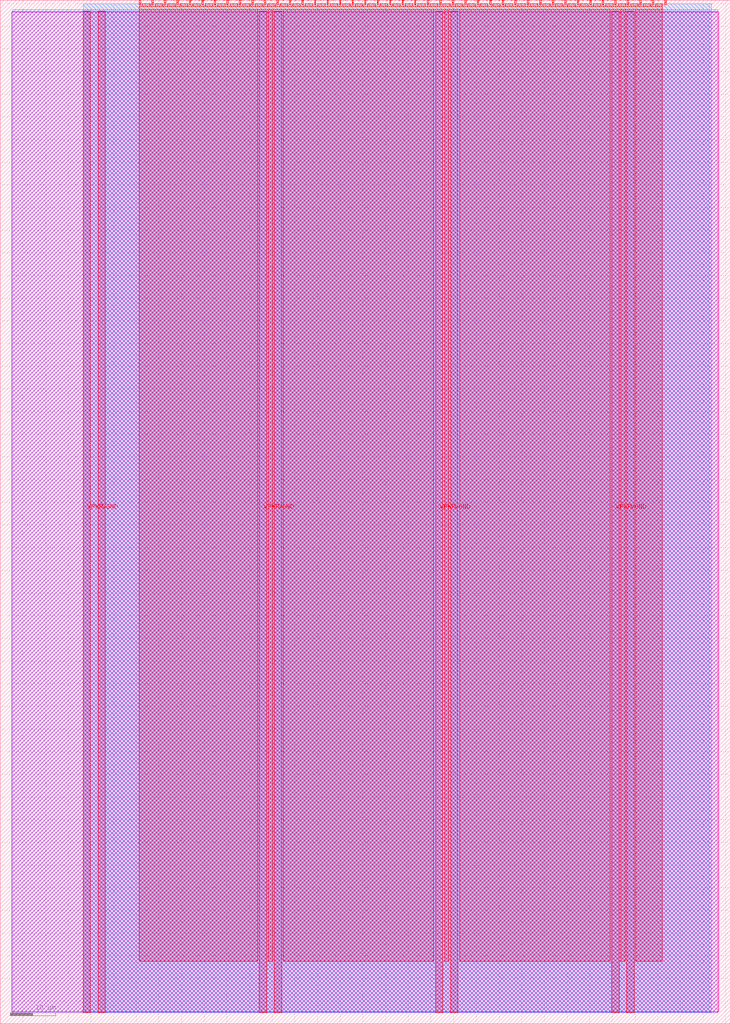
<source format=lef>
VERSION 5.7 ;
  NOWIREEXTENSIONATPIN ON ;
  DIVIDERCHAR "/" ;
  BUSBITCHARS "[]" ;
MACRO tt_um_rejunity_ternary_dot
  CLASS BLOCK ;
  FOREIGN tt_um_rejunity_ternary_dot ;
  ORIGIN 0.000 0.000 ;
  SIZE 161.000 BY 225.760 ;
  PIN VGND
    DIRECTION INOUT ;
    USE GROUND ;
    PORT
      LAYER met4 ;
        RECT 21.580 2.480 23.180 223.280 ;
    END
    PORT
      LAYER met4 ;
        RECT 60.450 2.480 62.050 223.280 ;
    END
    PORT
      LAYER met4 ;
        RECT 99.320 2.480 100.920 223.280 ;
    END
    PORT
      LAYER met4 ;
        RECT 138.190 2.480 139.790 223.280 ;
    END
  END VGND
  PIN VPWR
    DIRECTION INOUT ;
    USE POWER ;
    PORT
      LAYER met4 ;
        RECT 18.280 2.480 19.880 223.280 ;
    END
    PORT
      LAYER met4 ;
        RECT 57.150 2.480 58.750 223.280 ;
    END
    PORT
      LAYER met4 ;
        RECT 96.020 2.480 97.620 223.280 ;
    END
    PORT
      LAYER met4 ;
        RECT 134.890 2.480 136.490 223.280 ;
    END
  END VPWR
  PIN clk
    DIRECTION INPUT ;
    USE SIGNAL ;
    ANTENNAGATEAREA 0.852000 ;
    PORT
      LAYER met4 ;
        RECT 143.830 224.760 144.130 225.760 ;
    END
  END clk
  PIN ena
    DIRECTION INPUT ;
    USE SIGNAL ;
    PORT
      LAYER met4 ;
        RECT 146.590 224.760 146.890 225.760 ;
    END
  END ena
  PIN rst_n
    DIRECTION INPUT ;
    USE SIGNAL ;
    PORT
      LAYER met4 ;
        RECT 141.070 224.760 141.370 225.760 ;
    END
  END rst_n
  PIN ui_in[0]
    DIRECTION INPUT ;
    USE SIGNAL ;
    ANTENNAGATEAREA 0.213000 ;
    PORT
      LAYER met4 ;
        RECT 138.310 224.760 138.610 225.760 ;
    END
  END ui_in[0]
  PIN ui_in[1]
    DIRECTION INPUT ;
    USE SIGNAL ;
    ANTENNAGATEAREA 0.213000 ;
    PORT
      LAYER met4 ;
        RECT 135.550 224.760 135.850 225.760 ;
    END
  END ui_in[1]
  PIN ui_in[2]
    DIRECTION INPUT ;
    USE SIGNAL ;
    ANTENNAGATEAREA 0.213000 ;
    PORT
      LAYER met4 ;
        RECT 132.790 224.760 133.090 225.760 ;
    END
  END ui_in[2]
  PIN ui_in[3]
    DIRECTION INPUT ;
    USE SIGNAL ;
    ANTENNAGATEAREA 0.213000 ;
    PORT
      LAYER met4 ;
        RECT 130.030 224.760 130.330 225.760 ;
    END
  END ui_in[3]
  PIN ui_in[4]
    DIRECTION INPUT ;
    USE SIGNAL ;
    ANTENNAGATEAREA 0.196500 ;
    PORT
      LAYER met4 ;
        RECT 127.270 224.760 127.570 225.760 ;
    END
  END ui_in[4]
  PIN ui_in[5]
    DIRECTION INPUT ;
    USE SIGNAL ;
    ANTENNAGATEAREA 0.196500 ;
    PORT
      LAYER met4 ;
        RECT 124.510 224.760 124.810 225.760 ;
    END
  END ui_in[5]
  PIN ui_in[6]
    DIRECTION INPUT ;
    USE SIGNAL ;
    ANTENNAGATEAREA 0.247500 ;
    PORT
      LAYER met4 ;
        RECT 121.750 224.760 122.050 225.760 ;
    END
  END ui_in[6]
  PIN ui_in[7]
    DIRECTION INPUT ;
    USE SIGNAL ;
    ANTENNAGATEAREA 0.213000 ;
    PORT
      LAYER met4 ;
        RECT 118.990 224.760 119.290 225.760 ;
    END
  END ui_in[7]
  PIN uio_in[0]
    DIRECTION INPUT ;
    USE SIGNAL ;
    ANTENNAGATEAREA 0.196500 ;
    PORT
      LAYER met4 ;
        RECT 116.230 224.760 116.530 225.760 ;
    END
  END uio_in[0]
  PIN uio_in[1]
    DIRECTION INPUT ;
    USE SIGNAL ;
    ANTENNAGATEAREA 0.196500 ;
    PORT
      LAYER met4 ;
        RECT 113.470 224.760 113.770 225.760 ;
    END
  END uio_in[1]
  PIN uio_in[2]
    DIRECTION INPUT ;
    USE SIGNAL ;
    PORT
      LAYER met4 ;
        RECT 110.710 224.760 111.010 225.760 ;
    END
  END uio_in[2]
  PIN uio_in[3]
    DIRECTION INPUT ;
    USE SIGNAL ;
    PORT
      LAYER met4 ;
        RECT 107.950 224.760 108.250 225.760 ;
    END
  END uio_in[3]
  PIN uio_in[4]
    DIRECTION INPUT ;
    USE SIGNAL ;
    PORT
      LAYER met4 ;
        RECT 105.190 224.760 105.490 225.760 ;
    END
  END uio_in[4]
  PIN uio_in[5]
    DIRECTION INPUT ;
    USE SIGNAL ;
    PORT
      LAYER met4 ;
        RECT 102.430 224.760 102.730 225.760 ;
    END
  END uio_in[5]
  PIN uio_in[6]
    DIRECTION INPUT ;
    USE SIGNAL ;
    PORT
      LAYER met4 ;
        RECT 99.670 224.760 99.970 225.760 ;
    END
  END uio_in[6]
  PIN uio_in[7]
    DIRECTION INPUT ;
    USE SIGNAL ;
    PORT
      LAYER met4 ;
        RECT 96.910 224.760 97.210 225.760 ;
    END
  END uio_in[7]
  PIN uio_oe[0]
    DIRECTION OUTPUT ;
    USE SIGNAL ;
    PORT
      LAYER met4 ;
        RECT 49.990 224.760 50.290 225.760 ;
    END
  END uio_oe[0]
  PIN uio_oe[1]
    DIRECTION OUTPUT ;
    USE SIGNAL ;
    PORT
      LAYER met4 ;
        RECT 47.230 224.760 47.530 225.760 ;
    END
  END uio_oe[1]
  PIN uio_oe[2]
    DIRECTION OUTPUT ;
    USE SIGNAL ;
    PORT
      LAYER met4 ;
        RECT 44.470 224.760 44.770 225.760 ;
    END
  END uio_oe[2]
  PIN uio_oe[3]
    DIRECTION OUTPUT ;
    USE SIGNAL ;
    PORT
      LAYER met4 ;
        RECT 41.710 224.760 42.010 225.760 ;
    END
  END uio_oe[3]
  PIN uio_oe[4]
    DIRECTION OUTPUT ;
    USE SIGNAL ;
    PORT
      LAYER met4 ;
        RECT 38.950 224.760 39.250 225.760 ;
    END
  END uio_oe[4]
  PIN uio_oe[5]
    DIRECTION OUTPUT ;
    USE SIGNAL ;
    PORT
      LAYER met4 ;
        RECT 36.190 224.760 36.490 225.760 ;
    END
  END uio_oe[5]
  PIN uio_oe[6]
    DIRECTION OUTPUT ;
    USE SIGNAL ;
    PORT
      LAYER met4 ;
        RECT 33.430 224.760 33.730 225.760 ;
    END
  END uio_oe[6]
  PIN uio_oe[7]
    DIRECTION OUTPUT ;
    USE SIGNAL ;
    PORT
      LAYER met4 ;
        RECT 30.670 224.760 30.970 225.760 ;
    END
  END uio_oe[7]
  PIN uio_out[0]
    DIRECTION OUTPUT ;
    USE SIGNAL ;
    PORT
      LAYER met4 ;
        RECT 72.070 224.760 72.370 225.760 ;
    END
  END uio_out[0]
  PIN uio_out[1]
    DIRECTION OUTPUT ;
    USE SIGNAL ;
    ANTENNADIFFAREA 1.782000 ;
    PORT
      LAYER met4 ;
        RECT 69.310 224.760 69.610 225.760 ;
    END
  END uio_out[1]
  PIN uio_out[2]
    DIRECTION OUTPUT ;
    USE SIGNAL ;
    ANTENNADIFFAREA 1.782000 ;
    PORT
      LAYER met4 ;
        RECT 66.550 224.760 66.850 225.760 ;
    END
  END uio_out[2]
  PIN uio_out[3]
    DIRECTION OUTPUT ;
    USE SIGNAL ;
    ANTENNADIFFAREA 1.782000 ;
    PORT
      LAYER met4 ;
        RECT 63.790 224.760 64.090 225.760 ;
    END
  END uio_out[3]
  PIN uio_out[4]
    DIRECTION OUTPUT ;
    USE SIGNAL ;
    ANTENNADIFFAREA 1.782000 ;
    PORT
      LAYER met4 ;
        RECT 61.030 224.760 61.330 225.760 ;
    END
  END uio_out[4]
  PIN uio_out[5]
    DIRECTION OUTPUT ;
    USE SIGNAL ;
    ANTENNADIFFAREA 1.782000 ;
    PORT
      LAYER met4 ;
        RECT 58.270 224.760 58.570 225.760 ;
    END
  END uio_out[5]
  PIN uio_out[6]
    DIRECTION OUTPUT ;
    USE SIGNAL ;
    ANTENNADIFFAREA 1.782000 ;
    PORT
      LAYER met4 ;
        RECT 55.510 224.760 55.810 225.760 ;
    END
  END uio_out[6]
  PIN uio_out[7]
    DIRECTION OUTPUT ;
    USE SIGNAL ;
    ANTENNAGATEAREA 4.455000 ;
    ANTENNADIFFAREA 0.934000 ;
    PORT
      LAYER met4 ;
        RECT 52.750 224.760 53.050 225.760 ;
    END
  END uio_out[7]
  PIN uo_out[0]
    DIRECTION OUTPUT ;
    USE SIGNAL ;
    ANTENNADIFFAREA 1.242000 ;
    PORT
      LAYER met4 ;
        RECT 94.150 224.760 94.450 225.760 ;
    END
  END uo_out[0]
  PIN uo_out[1]
    DIRECTION OUTPUT ;
    USE SIGNAL ;
    ANTENNADIFFAREA 1.524450 ;
    PORT
      LAYER met4 ;
        RECT 91.390 224.760 91.690 225.760 ;
    END
  END uo_out[1]
  PIN uo_out[2]
    DIRECTION OUTPUT ;
    USE SIGNAL ;
    ANTENNADIFFAREA 1.524450 ;
    PORT
      LAYER met4 ;
        RECT 88.630 224.760 88.930 225.760 ;
    END
  END uo_out[2]
  PIN uo_out[3]
    DIRECTION OUTPUT ;
    USE SIGNAL ;
    ANTENNADIFFAREA 1.721000 ;
    PORT
      LAYER met4 ;
        RECT 85.870 224.760 86.170 225.760 ;
    END
  END uo_out[3]
  PIN uo_out[4]
    DIRECTION OUTPUT ;
    USE SIGNAL ;
    ANTENNADIFFAREA 1.524450 ;
    PORT
      LAYER met4 ;
        RECT 83.110 224.760 83.410 225.760 ;
    END
  END uo_out[4]
  PIN uo_out[5]
    DIRECTION OUTPUT ;
    USE SIGNAL ;
    ANTENNADIFFAREA 1.524450 ;
    PORT
      LAYER met4 ;
        RECT 80.350 224.760 80.650 225.760 ;
    END
  END uo_out[5]
  PIN uo_out[6]
    DIRECTION OUTPUT ;
    USE SIGNAL ;
    ANTENNADIFFAREA 1.721000 ;
    PORT
      LAYER met4 ;
        RECT 77.590 224.760 77.890 225.760 ;
    END
  END uo_out[6]
  PIN uo_out[7]
    DIRECTION OUTPUT ;
    USE SIGNAL ;
    ANTENNADIFFAREA 1.721000 ;
    PORT
      LAYER met4 ;
        RECT 74.830 224.760 75.130 225.760 ;
    END
  END uo_out[7]
  OBS
      LAYER nwell ;
        RECT 2.570 2.635 158.430 223.230 ;
      LAYER li1 ;
        RECT 2.760 2.635 158.240 223.125 ;
      LAYER met1 ;
        RECT 2.760 2.480 158.240 223.680 ;
      LAYER met2 ;
        RECT 18.310 2.535 156.760 224.925 ;
      LAYER met3 ;
        RECT 18.290 2.555 156.335 224.905 ;
      LAYER met4 ;
        RECT 31.370 224.360 33.030 224.905 ;
        RECT 34.130 224.360 35.790 224.905 ;
        RECT 36.890 224.360 38.550 224.905 ;
        RECT 39.650 224.360 41.310 224.905 ;
        RECT 42.410 224.360 44.070 224.905 ;
        RECT 45.170 224.360 46.830 224.905 ;
        RECT 47.930 224.360 49.590 224.905 ;
        RECT 50.690 224.360 52.350 224.905 ;
        RECT 53.450 224.360 55.110 224.905 ;
        RECT 56.210 224.360 57.870 224.905 ;
        RECT 58.970 224.360 60.630 224.905 ;
        RECT 61.730 224.360 63.390 224.905 ;
        RECT 64.490 224.360 66.150 224.905 ;
        RECT 67.250 224.360 68.910 224.905 ;
        RECT 70.010 224.360 71.670 224.905 ;
        RECT 72.770 224.360 74.430 224.905 ;
        RECT 75.530 224.360 77.190 224.905 ;
        RECT 78.290 224.360 79.950 224.905 ;
        RECT 81.050 224.360 82.710 224.905 ;
        RECT 83.810 224.360 85.470 224.905 ;
        RECT 86.570 224.360 88.230 224.905 ;
        RECT 89.330 224.360 90.990 224.905 ;
        RECT 92.090 224.360 93.750 224.905 ;
        RECT 94.850 224.360 96.510 224.905 ;
        RECT 97.610 224.360 99.270 224.905 ;
        RECT 100.370 224.360 102.030 224.905 ;
        RECT 103.130 224.360 104.790 224.905 ;
        RECT 105.890 224.360 107.550 224.905 ;
        RECT 108.650 224.360 110.310 224.905 ;
        RECT 111.410 224.360 113.070 224.905 ;
        RECT 114.170 224.360 115.830 224.905 ;
        RECT 116.930 224.360 118.590 224.905 ;
        RECT 119.690 224.360 121.350 224.905 ;
        RECT 122.450 224.360 124.110 224.905 ;
        RECT 125.210 224.360 126.870 224.905 ;
        RECT 127.970 224.360 129.630 224.905 ;
        RECT 130.730 224.360 132.390 224.905 ;
        RECT 133.490 224.360 135.150 224.905 ;
        RECT 136.250 224.360 137.910 224.905 ;
        RECT 139.010 224.360 140.670 224.905 ;
        RECT 141.770 224.360 143.430 224.905 ;
        RECT 144.530 224.360 145.985 224.905 ;
        RECT 30.655 223.680 145.985 224.360 ;
        RECT 30.655 13.775 56.750 223.680 ;
        RECT 59.150 13.775 60.050 223.680 ;
        RECT 62.450 13.775 95.620 223.680 ;
        RECT 98.020 13.775 98.920 223.680 ;
        RECT 101.320 13.775 134.490 223.680 ;
        RECT 136.890 13.775 137.790 223.680 ;
        RECT 140.190 13.775 145.985 223.680 ;
  END
END tt_um_rejunity_ternary_dot
END LIBRARY


</source>
